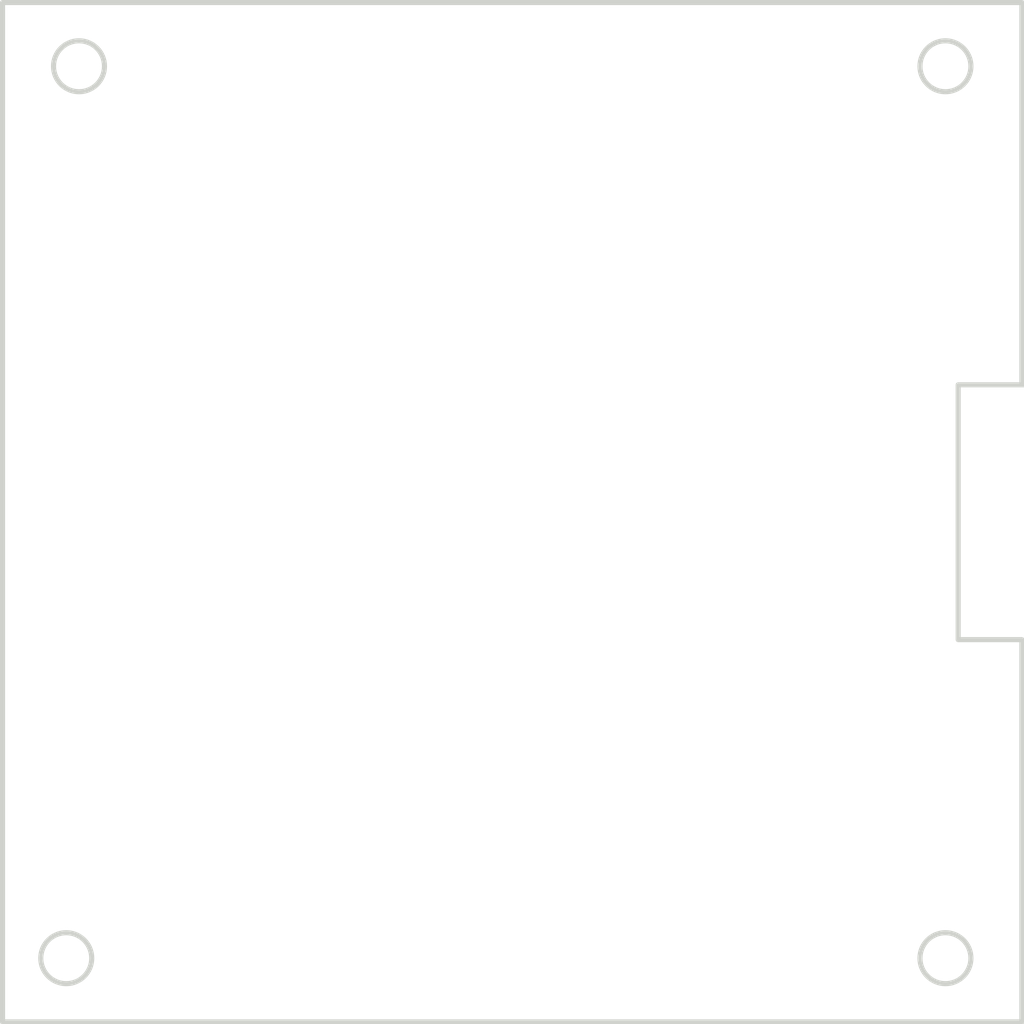
<source format=kicad_pcb>
(kicad_pcb
	(version 20240108)
	(generator "pcbnew")
	(generator_version "8.0")
	(general
		(thickness 1.6)
		(legacy_teardrops no)
	)
	(paper "A4")
	(layers
		(0 "F.Cu" signal)
		(31 "B.Cu" signal)
		(32 "B.Adhes" user "B.Adhesive")
		(33 "F.Adhes" user "F.Adhesive")
		(34 "B.Paste" user)
		(35 "F.Paste" user)
		(36 "B.SilkS" user "B.Silkscreen")
		(37 "F.SilkS" user "F.Silkscreen")
		(38 "B.Mask" user)
		(39 "F.Mask" user)
		(40 "Dwgs.User" user "User.Drawings")
		(41 "Cmts.User" user "User.Comments")
		(42 "Eco1.User" user "User.Eco1")
		(43 "Eco2.User" user "User.Eco2")
		(44 "Edge.Cuts" user)
		(45 "Margin" user)
		(46 "B.CrtYd" user "B.Courtyard")
		(47 "F.CrtYd" user "F.Courtyard")
		(48 "B.Fab" user)
		(49 "F.Fab" user)
		(50 "User.1" user)
		(51 "User.2" user)
		(52 "User.3" user)
		(53 "User.4" user)
		(54 "User.5" user)
		(55 "User.6" user)
		(56 "User.7" user)
		(57 "User.8" user)
		(58 "User.9" user)
	)
	(setup
		(pad_to_mask_clearance 0)
		(allow_soldermask_bridges_in_footprints no)
		(pcbplotparams
			(layerselection 0x0001000_7ffffffe)
			(plot_on_all_layers_selection 0x0001000_00000000)
			(disableapertmacros no)
			(usegerberextensions no)
			(usegerberattributes yes)
			(usegerberadvancedattributes yes)
			(creategerberjobfile yes)
			(dashed_line_dash_ratio 12.000000)
			(dashed_line_gap_ratio 3.000000)
			(svgprecision 6)
			(plotframeref no)
			(viasonmask no)
			(mode 1)
			(useauxorigin no)
			(hpglpennumber 1)
			(hpglpenspeed 20)
			(hpglpendiameter 15.000000)
			(pdf_front_fp_property_popups yes)
			(pdf_back_fp_property_popups yes)
			(dxfpolygonmode yes)
			(dxfimperialunits yes)
			(dxfusepcbnewfont yes)
			(psnegative no)
			(psa4output no)
			(plotreference yes)
			(plotvalue yes)
			(plotfptext yes)
			(plotinvisibletext no)
			(sketchpadsonfab no)
			(subtractmaskfromsilk no)
			(outputformat 4)
			(mirror no)
			(drillshape 0)
			(scaleselection 1)
			(outputdirectory "")
		)
	)
	(net 0 "")
	(gr_circle
		(center 132.5 115)
		(end 133.5 115)
		(stroke
			(width 0.2)
			(type default)
		)
		(fill none)
		(layer "Edge.Cuts")
		(uuid "08196082-416f-4abb-b8c5-1f219d56118c")
	)
	(gr_poly
		(pts
			(xy 130 77.5) (xy 170 77.5) (xy 170 92.5) (xy 167.5 92.5) (xy 167.5 102.5) (xy 170 102.5) (xy 170 117.5)
			(xy 130 117.5)
		)
		(stroke
			(width 0.2)
			(type solid)
		)
		(fill none)
		(layer "Edge.Cuts")
		(uuid "97663b9e-379c-47b6-986f-9f3942a65190")
	)
	(gr_circle
		(center 167 115)
		(end 168 115)
		(stroke
			(width 0.2)
			(type default)
		)
		(fill none)
		(layer "Edge.Cuts")
		(uuid "9d5454af-ad33-4c33-a435-5230f3febdab")
	)
	(gr_circle
		(center 133 80)
		(end 134 80)
		(stroke
			(width 0.2)
			(type default)
		)
		(fill none)
		(layer "Edge.Cuts")
		(uuid "ac5c9b83-417b-4613-9d15-f1c5f0bfbb0f")
	)
	(gr_circle
		(center 167 80)
		(end 168 80)
		(stroke
			(width 0.2)
			(type default)
		)
		(fill none)
		(layer "Edge.Cuts")
		(uuid "cfd1c985-f634-4742-b12e-c4626c1d09dc")
	)
)
</source>
